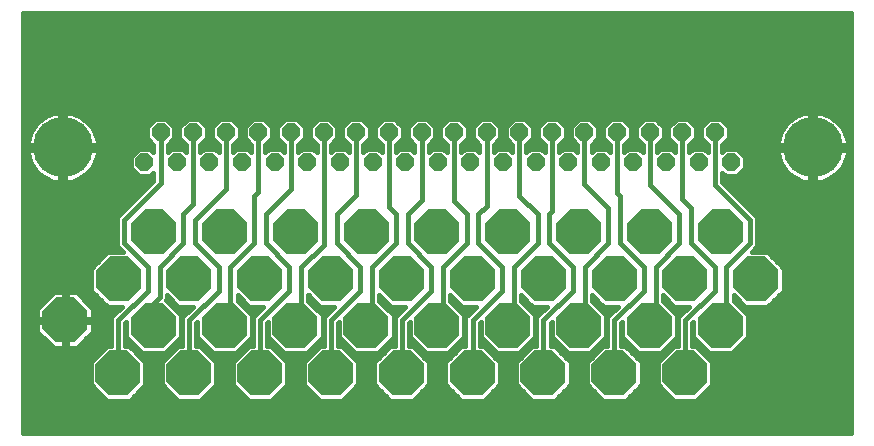
<source format=gbl>
G75*
%MOIN*%
%OFA0B0*%
%FSLAX25Y25*%
%IPPOS*%
%LPD*%
%AMOC8*
5,1,8,0,0,1.08239X$1,22.5*
%
%ADD10OC8,0.06000*%
%ADD11C,0.20000*%
%ADD12OC8,0.15000*%
%ADD13C,0.01600*%
D10*
X0196488Y0097161D03*
X0207388Y0097161D03*
X0218188Y0097161D03*
X0229088Y0097161D03*
X0239988Y0097161D03*
X0250788Y0097161D03*
X0261688Y0097161D03*
X0272588Y0097161D03*
X0283388Y0097161D03*
X0294288Y0097161D03*
X0305188Y0097161D03*
X0315988Y0097161D03*
X0326888Y0097161D03*
X0337788Y0097161D03*
X0348688Y0097161D03*
X0359488Y0097161D03*
X0370388Y0097161D03*
X0381288Y0097161D03*
X0392088Y0097161D03*
X0386688Y0107161D03*
X0375788Y0107161D03*
X0364988Y0107161D03*
X0354088Y0107161D03*
X0343188Y0107161D03*
X0332388Y0107161D03*
X0321488Y0107161D03*
X0310588Y0107161D03*
X0299688Y0107161D03*
X0288888Y0107161D03*
X0277988Y0107161D03*
X0267088Y0107161D03*
X0256288Y0107161D03*
X0245388Y0107161D03*
X0234488Y0107161D03*
X0223688Y0107161D03*
X0212788Y0107161D03*
X0201888Y0107161D03*
D11*
X0169288Y0102161D03*
X0419288Y0102161D03*
D12*
X0388698Y0073933D03*
X0365075Y0073933D03*
X0341453Y0073933D03*
X0317831Y0073933D03*
X0294209Y0073933D03*
X0270587Y0073933D03*
X0246965Y0073933D03*
X0223343Y0073933D03*
X0199721Y0073933D03*
X0187910Y0058185D03*
X0211532Y0058185D03*
X0235154Y0058185D03*
X0258776Y0058185D03*
X0282398Y0058185D03*
X0306020Y0058185D03*
X0329642Y0058185D03*
X0353264Y0058185D03*
X0376886Y0058185D03*
X0400509Y0058185D03*
X0388579Y0042594D03*
X0364957Y0042594D03*
X0341335Y0042594D03*
X0317713Y0042594D03*
X0294091Y0042594D03*
X0270469Y0042594D03*
X0246847Y0042594D03*
X0223225Y0042594D03*
X0199603Y0042594D03*
X0170075Y0044563D03*
X0187792Y0026846D03*
X0211414Y0026846D03*
X0235036Y0026846D03*
X0258658Y0026846D03*
X0282280Y0026846D03*
X0305902Y0026846D03*
X0329524Y0026846D03*
X0353146Y0026846D03*
X0376768Y0026846D03*
D13*
X0156127Y0006993D02*
X0156127Y0147094D01*
X0432055Y0147094D01*
X0432055Y0006993D01*
X0156127Y0006993D01*
X0156127Y0008128D02*
X0432055Y0008128D01*
X0432055Y0009726D02*
X0156127Y0009726D01*
X0156127Y0011325D02*
X0432055Y0011325D01*
X0432055Y0012923D02*
X0156127Y0012923D01*
X0156127Y0014522D02*
X0432055Y0014522D01*
X0432055Y0016120D02*
X0156127Y0016120D01*
X0156127Y0017719D02*
X0432055Y0017719D01*
X0432055Y0019317D02*
X0382091Y0019317D01*
X0380532Y0017759D02*
X0385856Y0023082D01*
X0385856Y0030611D01*
X0380532Y0035934D01*
X0379156Y0035934D01*
X0379156Y0043574D01*
X0379492Y0043910D01*
X0379492Y0038830D01*
X0384815Y0033507D01*
X0392344Y0033507D01*
X0397667Y0038830D01*
X0397667Y0046359D01*
X0392935Y0051090D01*
X0392935Y0052907D01*
X0396744Y0049098D01*
X0404273Y0049098D01*
X0409596Y0054421D01*
X0409596Y0061949D01*
X0404273Y0067272D01*
X0398917Y0067272D01*
X0400809Y0069165D01*
X0400809Y0079016D01*
X0399411Y0080415D01*
X0389075Y0090750D01*
X0389075Y0093686D01*
X0390188Y0092574D01*
X0393988Y0092574D01*
X0396675Y0095261D01*
X0396675Y0099062D01*
X0393988Y0101749D01*
X0390188Y0101749D01*
X0389075Y0100636D01*
X0389075Y0103061D01*
X0391275Y0105261D01*
X0391275Y0109062D01*
X0388588Y0111749D01*
X0384788Y0111749D01*
X0382101Y0109062D01*
X0382101Y0105261D01*
X0384301Y0103061D01*
X0384301Y0100636D01*
X0383188Y0101749D01*
X0379388Y0101749D01*
X0378175Y0100536D01*
X0378175Y0103061D01*
X0380375Y0105261D01*
X0380375Y0109062D01*
X0377688Y0111749D01*
X0373888Y0111749D01*
X0371201Y0109062D01*
X0371201Y0105261D01*
X0373401Y0103061D01*
X0373401Y0100636D01*
X0372288Y0101749D01*
X0368488Y0101749D01*
X0367375Y0100636D01*
X0367375Y0103061D01*
X0369575Y0105261D01*
X0369575Y0109062D01*
X0366888Y0111749D01*
X0363088Y0111749D01*
X0360401Y0109062D01*
X0360401Y0105261D01*
X0362601Y0103061D01*
X0362601Y0100536D01*
X0361388Y0101749D01*
X0357588Y0101749D01*
X0356475Y0100636D01*
X0356475Y0103061D01*
X0358675Y0105261D01*
X0358675Y0109062D01*
X0355988Y0111749D01*
X0352188Y0111749D01*
X0349501Y0109062D01*
X0349501Y0105261D01*
X0351701Y0103061D01*
X0351701Y0100636D01*
X0350588Y0101749D01*
X0346788Y0101749D01*
X0345575Y0100536D01*
X0345575Y0103061D01*
X0347775Y0105261D01*
X0347775Y0109062D01*
X0345088Y0111749D01*
X0341288Y0111749D01*
X0338601Y0109062D01*
X0338601Y0105261D01*
X0340801Y0103061D01*
X0340801Y0100636D01*
X0339688Y0101749D01*
X0335888Y0101749D01*
X0334775Y0100636D01*
X0334775Y0103061D01*
X0336975Y0105261D01*
X0336975Y0109062D01*
X0334288Y0111749D01*
X0330488Y0111749D01*
X0327801Y0109062D01*
X0327801Y0105261D01*
X0330001Y0103061D01*
X0330001Y0100536D01*
X0328788Y0101749D01*
X0324988Y0101749D01*
X0323875Y0100636D01*
X0323875Y0103061D01*
X0326075Y0105261D01*
X0326075Y0109062D01*
X0323388Y0111749D01*
X0319588Y0111749D01*
X0316901Y0109062D01*
X0316901Y0105261D01*
X0319101Y0103061D01*
X0319101Y0100536D01*
X0317888Y0101749D01*
X0314088Y0101749D01*
X0312975Y0100636D01*
X0312975Y0103061D01*
X0315175Y0105261D01*
X0315175Y0109062D01*
X0312488Y0111749D01*
X0308688Y0111749D01*
X0306001Y0109062D01*
X0306001Y0105261D01*
X0308201Y0103061D01*
X0308201Y0100636D01*
X0307088Y0101749D01*
X0303288Y0101749D01*
X0302075Y0100536D01*
X0302075Y0103061D01*
X0304275Y0105261D01*
X0304275Y0109062D01*
X0301588Y0111749D01*
X0297788Y0111749D01*
X0295101Y0109062D01*
X0295101Y0105261D01*
X0297301Y0103061D01*
X0297301Y0100636D01*
X0296188Y0101749D01*
X0292388Y0101749D01*
X0291275Y0100636D01*
X0291275Y0103061D01*
X0293475Y0105261D01*
X0293475Y0109062D01*
X0290788Y0111749D01*
X0286988Y0111749D01*
X0284301Y0109062D01*
X0284301Y0105261D01*
X0286501Y0103061D01*
X0286501Y0100536D01*
X0285288Y0101749D01*
X0281488Y0101749D01*
X0280375Y0100636D01*
X0280375Y0103061D01*
X0282575Y0105261D01*
X0282575Y0109062D01*
X0279888Y0111749D01*
X0276088Y0111749D01*
X0273401Y0109062D01*
X0273401Y0105261D01*
X0275601Y0103061D01*
X0275601Y0100636D01*
X0274488Y0101749D01*
X0270688Y0101749D01*
X0269475Y0100536D01*
X0269475Y0103061D01*
X0271675Y0105261D01*
X0271675Y0109062D01*
X0268988Y0111749D01*
X0265188Y0111749D01*
X0262501Y0109062D01*
X0262501Y0105261D01*
X0264701Y0103061D01*
X0264701Y0100636D01*
X0263588Y0101749D01*
X0259788Y0101749D01*
X0258675Y0100636D01*
X0258675Y0103061D01*
X0260875Y0105261D01*
X0260875Y0109062D01*
X0258188Y0111749D01*
X0254388Y0111749D01*
X0251701Y0109062D01*
X0251701Y0105261D01*
X0253901Y0103061D01*
X0253901Y0100536D01*
X0252688Y0101749D01*
X0248888Y0101749D01*
X0247775Y0100636D01*
X0247775Y0103061D01*
X0249975Y0105261D01*
X0249975Y0109062D01*
X0247288Y0111749D01*
X0243488Y0111749D01*
X0240801Y0109062D01*
X0240801Y0105261D01*
X0243001Y0103061D01*
X0243001Y0100636D01*
X0241888Y0101749D01*
X0238088Y0101749D01*
X0236875Y0100536D01*
X0236875Y0103061D01*
X0239075Y0105261D01*
X0239075Y0109062D01*
X0236388Y0111749D01*
X0232588Y0111749D01*
X0229901Y0109062D01*
X0229901Y0105261D01*
X0232101Y0103061D01*
X0232101Y0100636D01*
X0230988Y0101749D01*
X0227188Y0101749D01*
X0226075Y0100636D01*
X0226075Y0103061D01*
X0228275Y0105261D01*
X0228275Y0109062D01*
X0225588Y0111749D01*
X0221788Y0111749D01*
X0219101Y0109062D01*
X0219101Y0105261D01*
X0221301Y0103061D01*
X0221301Y0100536D01*
X0220088Y0101749D01*
X0216288Y0101749D01*
X0215175Y0100636D01*
X0215175Y0103061D01*
X0217375Y0105261D01*
X0217375Y0109062D01*
X0214688Y0111749D01*
X0210888Y0111749D01*
X0208201Y0109062D01*
X0208201Y0105261D01*
X0210401Y0103061D01*
X0210401Y0100636D01*
X0209288Y0101749D01*
X0205488Y0101749D01*
X0204275Y0100536D01*
X0204275Y0103061D01*
X0206475Y0105261D01*
X0206475Y0109062D01*
X0203788Y0111749D01*
X0199988Y0111749D01*
X0197301Y0109062D01*
X0197301Y0105261D01*
X0199501Y0103061D01*
X0199501Y0100636D01*
X0198388Y0101749D01*
X0194588Y0101749D01*
X0191901Y0099062D01*
X0191901Y0095261D01*
X0194588Y0092574D01*
X0198388Y0092574D01*
X0199501Y0093686D01*
X0199501Y0091144D01*
X0192709Y0084352D01*
X0188772Y0080415D01*
X0187373Y0079016D01*
X0187373Y0069165D01*
X0189265Y0067272D01*
X0184146Y0067272D01*
X0178823Y0061949D01*
X0178823Y0054421D01*
X0184146Y0049098D01*
X0188950Y0049098D01*
X0186803Y0046950D01*
X0185405Y0045552D01*
X0185405Y0035934D01*
X0184028Y0035934D01*
X0178705Y0030611D01*
X0178705Y0023082D01*
X0184028Y0017759D01*
X0191556Y0017759D01*
X0196879Y0023082D01*
X0196879Y0030611D01*
X0191556Y0035934D01*
X0190179Y0035934D01*
X0190179Y0043574D01*
X0190516Y0043910D01*
X0190516Y0038830D01*
X0195839Y0033507D01*
X0203367Y0033507D01*
X0208690Y0038830D01*
X0208690Y0046359D01*
X0203780Y0051269D01*
X0203959Y0051448D01*
X0203959Y0052907D01*
X0207768Y0049098D01*
X0212572Y0049098D01*
X0209027Y0045552D01*
X0209027Y0035934D01*
X0207650Y0035934D01*
X0202327Y0030611D01*
X0202327Y0023082D01*
X0207650Y0017759D01*
X0215178Y0017759D01*
X0220501Y0023082D01*
X0220501Y0030611D01*
X0215178Y0035934D01*
X0213801Y0035934D01*
X0213801Y0043574D01*
X0214138Y0043910D01*
X0214138Y0038830D01*
X0219461Y0033507D01*
X0226989Y0033507D01*
X0232312Y0038830D01*
X0232312Y0046359D01*
X0227581Y0051090D01*
X0227581Y0052907D01*
X0231390Y0049098D01*
X0236194Y0049098D01*
X0234047Y0046950D01*
X0232649Y0045552D01*
X0232649Y0035934D01*
X0231272Y0035934D01*
X0225949Y0030611D01*
X0225949Y0023082D01*
X0231272Y0017759D01*
X0238800Y0017759D01*
X0244123Y0023082D01*
X0244123Y0030611D01*
X0238800Y0035934D01*
X0237423Y0035934D01*
X0237423Y0043574D01*
X0237760Y0043910D01*
X0237760Y0038830D01*
X0243083Y0033507D01*
X0250611Y0033507D01*
X0255934Y0038830D01*
X0255934Y0046359D01*
X0251203Y0051090D01*
X0251203Y0052907D01*
X0255012Y0049098D01*
X0259816Y0049098D01*
X0257669Y0046950D01*
X0256271Y0045552D01*
X0256271Y0035934D01*
X0254894Y0035934D01*
X0249571Y0030611D01*
X0249571Y0023082D01*
X0254894Y0017759D01*
X0262422Y0017759D01*
X0267746Y0023082D01*
X0267746Y0030611D01*
X0262422Y0035934D01*
X0261046Y0035934D01*
X0261046Y0043574D01*
X0261382Y0043910D01*
X0261382Y0038830D01*
X0266705Y0033507D01*
X0274233Y0033507D01*
X0279557Y0038830D01*
X0279557Y0046359D01*
X0274825Y0051090D01*
X0274825Y0052907D01*
X0278634Y0049098D01*
X0283439Y0049098D01*
X0281291Y0046950D01*
X0279893Y0045552D01*
X0279893Y0035934D01*
X0278516Y0035934D01*
X0273193Y0030611D01*
X0273193Y0023082D01*
X0278516Y0017759D01*
X0286044Y0017759D01*
X0291368Y0023082D01*
X0291368Y0030611D01*
X0286044Y0035934D01*
X0284668Y0035934D01*
X0284668Y0043574D01*
X0285004Y0043910D01*
X0285004Y0038830D01*
X0290327Y0033507D01*
X0297855Y0033507D01*
X0303179Y0038830D01*
X0303179Y0046359D01*
X0298447Y0051090D01*
X0298447Y0052907D01*
X0302256Y0049098D01*
X0307061Y0049098D01*
X0304913Y0046950D01*
X0303515Y0045552D01*
X0303515Y0035934D01*
X0302138Y0035934D01*
X0296815Y0030611D01*
X0296815Y0023082D01*
X0302138Y0017759D01*
X0309666Y0017759D01*
X0314990Y0023082D01*
X0314990Y0030611D01*
X0309666Y0035934D01*
X0308290Y0035934D01*
X0308290Y0043574D01*
X0308626Y0043910D01*
X0308626Y0038830D01*
X0313949Y0033507D01*
X0321477Y0033507D01*
X0326801Y0038830D01*
X0326801Y0046359D01*
X0322069Y0051090D01*
X0322069Y0052907D01*
X0325878Y0049098D01*
X0330683Y0049098D01*
X0328535Y0046950D01*
X0327137Y0045552D01*
X0327137Y0035934D01*
X0325760Y0035934D01*
X0320437Y0030611D01*
X0320437Y0023082D01*
X0325760Y0017759D01*
X0333288Y0017759D01*
X0338612Y0023082D01*
X0338612Y0030611D01*
X0333288Y0035934D01*
X0331912Y0035934D01*
X0331912Y0043574D01*
X0332248Y0043910D01*
X0332248Y0038830D01*
X0337571Y0033507D01*
X0345099Y0033507D01*
X0350423Y0038830D01*
X0350423Y0046359D01*
X0345691Y0051090D01*
X0345691Y0052907D01*
X0349500Y0049098D01*
X0354305Y0049098D01*
X0352157Y0046950D01*
X0350759Y0045552D01*
X0350759Y0035934D01*
X0349382Y0035934D01*
X0344059Y0030611D01*
X0344059Y0023082D01*
X0349382Y0017759D01*
X0356910Y0017759D01*
X0362234Y0023082D01*
X0362234Y0030611D01*
X0356910Y0035934D01*
X0355534Y0035934D01*
X0355534Y0043574D01*
X0355870Y0043910D01*
X0355870Y0038830D01*
X0361193Y0033507D01*
X0368721Y0033507D01*
X0374045Y0038830D01*
X0374045Y0046359D01*
X0369313Y0051090D01*
X0369313Y0052907D01*
X0373122Y0049098D01*
X0377927Y0049098D01*
X0375779Y0046950D01*
X0374381Y0045552D01*
X0374381Y0035934D01*
X0373004Y0035934D01*
X0367681Y0030611D01*
X0367681Y0023082D01*
X0373004Y0017759D01*
X0380532Y0017759D01*
X0383689Y0020916D02*
X0432055Y0020916D01*
X0432055Y0022514D02*
X0385288Y0022514D01*
X0385856Y0024113D02*
X0432055Y0024113D01*
X0432055Y0025711D02*
X0385856Y0025711D01*
X0385856Y0027310D02*
X0432055Y0027310D01*
X0432055Y0028908D02*
X0385856Y0028908D01*
X0385856Y0030507D02*
X0432055Y0030507D01*
X0432055Y0032105D02*
X0384361Y0032105D01*
X0384618Y0033704D02*
X0382762Y0033704D01*
X0383020Y0035302D02*
X0381164Y0035302D01*
X0381421Y0036901D02*
X0379156Y0036901D01*
X0379156Y0038499D02*
X0379823Y0038499D01*
X0379492Y0040098D02*
X0379156Y0040098D01*
X0379156Y0041696D02*
X0379492Y0041696D01*
X0379492Y0043295D02*
X0379156Y0043295D01*
X0376768Y0044563D02*
X0376768Y0026846D01*
X0367681Y0027310D02*
X0362234Y0027310D01*
X0362234Y0028908D02*
X0367681Y0028908D01*
X0367681Y0030507D02*
X0362234Y0030507D01*
X0360739Y0032105D02*
X0369176Y0032105D01*
X0368918Y0033704D02*
X0370774Y0033704D01*
X0370517Y0035302D02*
X0372373Y0035302D01*
X0372115Y0036901D02*
X0374381Y0036901D01*
X0374381Y0038499D02*
X0373714Y0038499D01*
X0374045Y0040098D02*
X0374381Y0040098D01*
X0374381Y0041696D02*
X0374045Y0041696D01*
X0374045Y0043295D02*
X0374381Y0043295D01*
X0374381Y0044893D02*
X0374045Y0044893D01*
X0373911Y0046492D02*
X0375321Y0046492D01*
X0376920Y0048090D02*
X0372313Y0048090D01*
X0372531Y0049689D02*
X0370714Y0049689D01*
X0370932Y0051287D02*
X0369313Y0051287D01*
X0369313Y0052886D02*
X0369334Y0052886D01*
X0362989Y0054406D02*
X0353146Y0044563D01*
X0353146Y0026846D01*
X0362234Y0025711D02*
X0367681Y0025711D01*
X0367681Y0024113D02*
X0362234Y0024113D01*
X0361666Y0022514D02*
X0368249Y0022514D01*
X0369848Y0020916D02*
X0360067Y0020916D01*
X0358469Y0019317D02*
X0371446Y0019317D01*
X0347824Y0019317D02*
X0334847Y0019317D01*
X0336445Y0020916D02*
X0346225Y0020916D01*
X0344627Y0022514D02*
X0338044Y0022514D01*
X0338612Y0024113D02*
X0344059Y0024113D01*
X0344059Y0025711D02*
X0338612Y0025711D01*
X0338612Y0027310D02*
X0344059Y0027310D01*
X0344059Y0028908D02*
X0338612Y0028908D01*
X0338612Y0030507D02*
X0344059Y0030507D01*
X0345554Y0032105D02*
X0337117Y0032105D01*
X0337374Y0033704D02*
X0335518Y0033704D01*
X0335776Y0035302D02*
X0333920Y0035302D01*
X0334177Y0036901D02*
X0331912Y0036901D01*
X0331912Y0038499D02*
X0332579Y0038499D01*
X0332248Y0040098D02*
X0331912Y0040098D01*
X0331912Y0041696D02*
X0332248Y0041696D01*
X0332248Y0043295D02*
X0331912Y0043295D01*
X0329524Y0044563D02*
X0329524Y0026846D01*
X0320437Y0027310D02*
X0314990Y0027310D01*
X0314990Y0028908D02*
X0320437Y0028908D01*
X0320437Y0030507D02*
X0314990Y0030507D01*
X0313495Y0032105D02*
X0321932Y0032105D01*
X0321674Y0033704D02*
X0323530Y0033704D01*
X0323273Y0035302D02*
X0325129Y0035302D01*
X0324871Y0036901D02*
X0327137Y0036901D01*
X0327137Y0038499D02*
X0326470Y0038499D01*
X0326801Y0040098D02*
X0327137Y0040098D01*
X0327137Y0041696D02*
X0326801Y0041696D01*
X0326801Y0043295D02*
X0327137Y0043295D01*
X0327137Y0044893D02*
X0326801Y0044893D01*
X0326667Y0046492D02*
X0328077Y0046492D01*
X0329675Y0048090D02*
X0325069Y0048090D01*
X0325287Y0049689D02*
X0323470Y0049689D01*
X0323688Y0051287D02*
X0322069Y0051287D01*
X0322069Y0052886D02*
X0322090Y0052886D01*
X0315745Y0054406D02*
X0305902Y0044563D01*
X0305902Y0026846D01*
X0296815Y0027310D02*
X0291368Y0027310D01*
X0291368Y0028908D02*
X0296815Y0028908D01*
X0296815Y0030507D02*
X0291368Y0030507D01*
X0289873Y0032105D02*
X0298310Y0032105D01*
X0298052Y0033704D02*
X0299908Y0033704D01*
X0299651Y0035302D02*
X0301507Y0035302D01*
X0301249Y0036901D02*
X0303515Y0036901D01*
X0303515Y0038499D02*
X0302848Y0038499D01*
X0303179Y0040098D02*
X0303515Y0040098D01*
X0303515Y0041696D02*
X0303179Y0041696D01*
X0303179Y0043295D02*
X0303515Y0043295D01*
X0303515Y0044893D02*
X0303179Y0044893D01*
X0303045Y0046492D02*
X0304455Y0046492D01*
X0306053Y0048090D02*
X0301447Y0048090D01*
X0301665Y0049689D02*
X0299848Y0049689D01*
X0300066Y0051287D02*
X0298447Y0051287D01*
X0298447Y0052886D02*
X0298468Y0052886D01*
X0292123Y0054406D02*
X0282280Y0044563D01*
X0282280Y0026846D01*
X0273193Y0027310D02*
X0267746Y0027310D01*
X0267746Y0028908D02*
X0273193Y0028908D01*
X0273193Y0030507D02*
X0267746Y0030507D01*
X0266251Y0032105D02*
X0274688Y0032105D01*
X0274430Y0033704D02*
X0276286Y0033704D01*
X0276029Y0035302D02*
X0277885Y0035302D01*
X0277627Y0036901D02*
X0279893Y0036901D01*
X0279893Y0038499D02*
X0279226Y0038499D01*
X0279557Y0040098D02*
X0279893Y0040098D01*
X0279893Y0041696D02*
X0279557Y0041696D01*
X0279557Y0043295D02*
X0279893Y0043295D01*
X0279893Y0044893D02*
X0279557Y0044893D01*
X0279423Y0046492D02*
X0280833Y0046492D01*
X0282431Y0048090D02*
X0277825Y0048090D01*
X0278043Y0049689D02*
X0276226Y0049689D01*
X0276444Y0051287D02*
X0274825Y0051287D01*
X0274825Y0052886D02*
X0274846Y0052886D01*
X0268501Y0054406D02*
X0258658Y0044563D01*
X0258658Y0026846D01*
X0249571Y0027310D02*
X0244123Y0027310D01*
X0244123Y0028908D02*
X0249571Y0028908D01*
X0249571Y0030507D02*
X0244123Y0030507D01*
X0242629Y0032105D02*
X0251066Y0032105D01*
X0250808Y0033704D02*
X0252664Y0033704D01*
X0252407Y0035302D02*
X0254263Y0035302D01*
X0254005Y0036901D02*
X0256271Y0036901D01*
X0256271Y0038499D02*
X0255604Y0038499D01*
X0255934Y0040098D02*
X0256271Y0040098D01*
X0256271Y0041696D02*
X0255934Y0041696D01*
X0255934Y0043295D02*
X0256271Y0043295D01*
X0256271Y0044893D02*
X0255934Y0044893D01*
X0255801Y0046492D02*
X0257211Y0046492D01*
X0258809Y0048090D02*
X0254203Y0048090D01*
X0254421Y0049689D02*
X0252604Y0049689D01*
X0252822Y0051287D02*
X0251203Y0051287D01*
X0251203Y0052886D02*
X0251224Y0052886D01*
X0244879Y0054406D02*
X0235036Y0044563D01*
X0235036Y0026846D01*
X0225949Y0027310D02*
X0220501Y0027310D01*
X0220501Y0028908D02*
X0225949Y0028908D01*
X0225949Y0030507D02*
X0220501Y0030507D01*
X0219007Y0032105D02*
X0227443Y0032105D01*
X0227186Y0033704D02*
X0229042Y0033704D01*
X0228784Y0035302D02*
X0230641Y0035302D01*
X0230383Y0036901D02*
X0232649Y0036901D01*
X0232649Y0038499D02*
X0231981Y0038499D01*
X0232312Y0040098D02*
X0232649Y0040098D01*
X0232649Y0041696D02*
X0232312Y0041696D01*
X0232312Y0043295D02*
X0232649Y0043295D01*
X0232649Y0044893D02*
X0232312Y0044893D01*
X0232179Y0046492D02*
X0233589Y0046492D01*
X0235187Y0048090D02*
X0230581Y0048090D01*
X0230799Y0049689D02*
X0228982Y0049689D01*
X0229200Y0051287D02*
X0227581Y0051287D01*
X0227581Y0052886D02*
X0227602Y0052886D01*
X0221257Y0054406D02*
X0221257Y0062280D01*
X0213383Y0070154D01*
X0213383Y0078028D01*
X0223688Y0088333D01*
X0223688Y0107161D01*
X0220472Y0110432D02*
X0216005Y0110432D01*
X0217375Y0108834D02*
X0219101Y0108834D01*
X0219101Y0107235D02*
X0217375Y0107235D01*
X0217375Y0105637D02*
X0219101Y0105637D01*
X0220324Y0104038D02*
X0216153Y0104038D01*
X0215175Y0102440D02*
X0221301Y0102440D01*
X0221301Y0100841D02*
X0220996Y0100841D01*
X0226075Y0100841D02*
X0226280Y0100841D01*
X0226075Y0102440D02*
X0232101Y0102440D01*
X0232101Y0100841D02*
X0231896Y0100841D01*
X0236875Y0100841D02*
X0237180Y0100841D01*
X0236875Y0102440D02*
X0243001Y0102440D01*
X0243001Y0100841D02*
X0242796Y0100841D01*
X0247775Y0100841D02*
X0247980Y0100841D01*
X0247775Y0102440D02*
X0253901Y0102440D01*
X0253901Y0100841D02*
X0253596Y0100841D01*
X0258675Y0100841D02*
X0258880Y0100841D01*
X0258675Y0102440D02*
X0264701Y0102440D01*
X0264701Y0100841D02*
X0264496Y0100841D01*
X0269475Y0100841D02*
X0269780Y0100841D01*
X0269475Y0102440D02*
X0275601Y0102440D01*
X0275601Y0100841D02*
X0275396Y0100841D01*
X0280375Y0100841D02*
X0280580Y0100841D01*
X0280375Y0102440D02*
X0286501Y0102440D01*
X0286501Y0100841D02*
X0286196Y0100841D01*
X0291275Y0100841D02*
X0291480Y0100841D01*
X0291275Y0102440D02*
X0297301Y0102440D01*
X0297301Y0100841D02*
X0297096Y0100841D01*
X0302075Y0100841D02*
X0302380Y0100841D01*
X0302075Y0102440D02*
X0308201Y0102440D01*
X0308201Y0100841D02*
X0307996Y0100841D01*
X0312975Y0100841D02*
X0313180Y0100841D01*
X0312975Y0102440D02*
X0319101Y0102440D01*
X0319101Y0100841D02*
X0318796Y0100841D01*
X0323875Y0100841D02*
X0324080Y0100841D01*
X0323875Y0102440D02*
X0330001Y0102440D01*
X0330001Y0100841D02*
X0329696Y0100841D01*
X0334775Y0100841D02*
X0334980Y0100841D01*
X0334775Y0102440D02*
X0340801Y0102440D01*
X0340801Y0100841D02*
X0340596Y0100841D01*
X0345575Y0100841D02*
X0345880Y0100841D01*
X0345575Y0102440D02*
X0351701Y0102440D01*
X0351701Y0100841D02*
X0351496Y0100841D01*
X0356475Y0100841D02*
X0356680Y0100841D01*
X0356475Y0102440D02*
X0362601Y0102440D01*
X0362601Y0100841D02*
X0362296Y0100841D01*
X0367375Y0100841D02*
X0367580Y0100841D01*
X0367375Y0102440D02*
X0373401Y0102440D01*
X0373401Y0100841D02*
X0373196Y0100841D01*
X0378175Y0100841D02*
X0378480Y0100841D01*
X0378175Y0102440D02*
X0384301Y0102440D01*
X0384301Y0100841D02*
X0384096Y0100841D01*
X0389075Y0100841D02*
X0389280Y0100841D01*
X0389075Y0102440D02*
X0418488Y0102440D01*
X0418488Y0102961D02*
X0418488Y0101361D01*
X0420088Y0101361D01*
X0420088Y0090377D01*
X0421268Y0090510D01*
X0422560Y0090805D01*
X0423811Y0091242D01*
X0425005Y0091818D01*
X0426127Y0092523D01*
X0427163Y0093349D01*
X0428100Y0094286D01*
X0428927Y0095322D01*
X0429632Y0096445D01*
X0430207Y0097639D01*
X0430645Y0098890D01*
X0430940Y0100182D01*
X0431073Y0101361D01*
X0420088Y0101361D01*
X0420088Y0102961D01*
X0431073Y0102961D01*
X0430940Y0104141D01*
X0430645Y0105433D01*
X0430207Y0106684D01*
X0429632Y0107878D01*
X0428927Y0109000D01*
X0428100Y0110037D01*
X0427163Y0110974D01*
X0426127Y0111800D01*
X0425005Y0112505D01*
X0423811Y0113080D01*
X0422560Y0113518D01*
X0421268Y0113813D01*
X0420088Y0113946D01*
X0420088Y0102961D01*
X0418488Y0102961D01*
X0407504Y0102961D01*
X0407636Y0104141D01*
X0407931Y0105433D01*
X0408369Y0106684D01*
X0408944Y0107878D01*
X0409649Y0109000D01*
X0410476Y0110037D01*
X0411413Y0110974D01*
X0412449Y0111800D01*
X0413571Y0112505D01*
X0414765Y0113080D01*
X0416016Y0113518D01*
X0417308Y0113813D01*
X0418488Y0113946D01*
X0418488Y0102961D01*
X0418488Y0104038D02*
X0420088Y0104038D01*
X0420088Y0102440D02*
X0432055Y0102440D01*
X0432055Y0104038D02*
X0430951Y0104038D01*
X0430573Y0105637D02*
X0432055Y0105637D01*
X0432055Y0107235D02*
X0429942Y0107235D01*
X0429031Y0108834D02*
X0432055Y0108834D01*
X0432055Y0110432D02*
X0427705Y0110432D01*
X0425760Y0112031D02*
X0432055Y0112031D01*
X0432055Y0113629D02*
X0422072Y0113629D01*
X0420088Y0113629D02*
X0418488Y0113629D01*
X0418488Y0112031D02*
X0420088Y0112031D01*
X0420088Y0110432D02*
X0418488Y0110432D01*
X0418488Y0108834D02*
X0420088Y0108834D01*
X0420088Y0107235D02*
X0418488Y0107235D01*
X0418488Y0105637D02*
X0420088Y0105637D01*
X0410871Y0110432D02*
X0389905Y0110432D01*
X0391275Y0108834D02*
X0409545Y0108834D01*
X0408635Y0107235D02*
X0391275Y0107235D01*
X0391275Y0105637D02*
X0408003Y0105637D01*
X0407625Y0104038D02*
X0390053Y0104038D01*
X0386688Y0107161D02*
X0386688Y0089761D01*
X0398422Y0078028D01*
X0398422Y0070154D01*
X0390548Y0062280D01*
X0390548Y0044563D01*
X0388579Y0042594D01*
X0397667Y0043295D02*
X0432055Y0043295D01*
X0432055Y0044893D02*
X0397667Y0044893D01*
X0397533Y0046492D02*
X0432055Y0046492D01*
X0432055Y0048090D02*
X0395935Y0048090D01*
X0396153Y0049689D02*
X0394336Y0049689D01*
X0394555Y0051287D02*
X0392935Y0051287D01*
X0392935Y0052886D02*
X0392956Y0052886D01*
X0386611Y0054406D02*
X0376768Y0044563D01*
X0366926Y0044563D02*
X0364957Y0042594D01*
X0366926Y0044563D02*
X0366926Y0062280D01*
X0374800Y0070154D01*
X0374800Y0079996D01*
X0364988Y0089808D01*
X0364988Y0107161D01*
X0361772Y0110432D02*
X0357305Y0110432D01*
X0358675Y0108834D02*
X0360401Y0108834D01*
X0360401Y0107235D02*
X0358675Y0107235D01*
X0358675Y0105637D02*
X0360401Y0105637D01*
X0361624Y0104038D02*
X0357453Y0104038D01*
X0354088Y0107161D02*
X0354088Y0086928D01*
X0355115Y0085902D01*
X0355115Y0070154D01*
X0362989Y0062280D01*
X0362989Y0054406D01*
X0348909Y0049689D02*
X0347092Y0049689D01*
X0347310Y0051287D02*
X0345691Y0051287D01*
X0345691Y0052886D02*
X0345712Y0052886D01*
X0339367Y0054406D02*
X0329524Y0044563D01*
X0319682Y0044563D02*
X0317713Y0042594D01*
X0319682Y0044563D02*
X0319682Y0062280D01*
X0327556Y0070154D01*
X0327556Y0079996D01*
X0321488Y0086064D01*
X0321488Y0107161D01*
X0318272Y0110432D02*
X0313805Y0110432D01*
X0315175Y0108834D02*
X0316901Y0108834D01*
X0316901Y0107235D02*
X0315175Y0107235D01*
X0315175Y0105637D02*
X0316901Y0105637D01*
X0318124Y0104038D02*
X0313953Y0104038D01*
X0310588Y0107161D02*
X0310588Y0082713D01*
X0307871Y0079996D01*
X0307871Y0070154D01*
X0315745Y0062280D01*
X0315745Y0054406D01*
X0303934Y0070154D02*
X0296060Y0062280D01*
X0296060Y0044563D01*
X0294091Y0042594D01*
X0285004Y0043295D02*
X0284668Y0043295D01*
X0284668Y0041696D02*
X0285004Y0041696D01*
X0285004Y0040098D02*
X0284668Y0040098D01*
X0284668Y0038499D02*
X0285335Y0038499D01*
X0284668Y0036901D02*
X0286933Y0036901D01*
X0286676Y0035302D02*
X0288532Y0035302D01*
X0288274Y0033704D02*
X0290130Y0033704D01*
X0291368Y0025711D02*
X0296815Y0025711D01*
X0296815Y0024113D02*
X0291368Y0024113D01*
X0290800Y0022514D02*
X0297383Y0022514D01*
X0298981Y0020916D02*
X0289201Y0020916D01*
X0287603Y0019317D02*
X0300580Y0019317D01*
X0311225Y0019317D02*
X0324202Y0019317D01*
X0322603Y0020916D02*
X0312823Y0020916D01*
X0314422Y0022514D02*
X0321005Y0022514D01*
X0320437Y0024113D02*
X0314990Y0024113D01*
X0314990Y0025711D02*
X0320437Y0025711D01*
X0313752Y0033704D02*
X0311896Y0033704D01*
X0312154Y0035302D02*
X0310298Y0035302D01*
X0310555Y0036901D02*
X0308290Y0036901D01*
X0308290Y0038499D02*
X0308957Y0038499D01*
X0308626Y0040098D02*
X0308290Y0040098D01*
X0308290Y0041696D02*
X0308626Y0041696D01*
X0308626Y0043295D02*
X0308290Y0043295D01*
X0292123Y0054406D02*
X0292123Y0062280D01*
X0284249Y0070154D01*
X0284249Y0079996D01*
X0288888Y0084635D01*
X0288888Y0107161D01*
X0285672Y0110432D02*
X0281205Y0110432D01*
X0282575Y0108834D02*
X0284301Y0108834D01*
X0284301Y0107235D02*
X0282575Y0107235D01*
X0282575Y0105637D02*
X0284301Y0105637D01*
X0285524Y0104038D02*
X0281353Y0104038D01*
X0274624Y0104038D02*
X0270453Y0104038D01*
X0271675Y0105637D02*
X0273401Y0105637D01*
X0273401Y0107235D02*
X0271675Y0107235D01*
X0271675Y0108834D02*
X0273401Y0108834D01*
X0274772Y0110432D02*
X0270305Y0110432D01*
X0267088Y0107161D02*
X0267088Y0086457D01*
X0260627Y0079996D01*
X0260627Y0070154D01*
X0268501Y0062280D01*
X0268501Y0054406D01*
X0272438Y0062280D02*
X0272438Y0044563D01*
X0270469Y0042594D01*
X0261713Y0038499D02*
X0261046Y0038499D01*
X0261046Y0036901D02*
X0263311Y0036901D01*
X0263054Y0035302D02*
X0264910Y0035302D01*
X0264652Y0033704D02*
X0266508Y0033704D01*
X0267746Y0025711D02*
X0273193Y0025711D01*
X0273193Y0024113D02*
X0267746Y0024113D01*
X0267177Y0022514D02*
X0273761Y0022514D01*
X0275359Y0020916D02*
X0265579Y0020916D01*
X0263980Y0019317D02*
X0276958Y0019317D01*
X0253336Y0019317D02*
X0240358Y0019317D01*
X0241957Y0020916D02*
X0251737Y0020916D01*
X0250139Y0022514D02*
X0243555Y0022514D01*
X0244123Y0024113D02*
X0249571Y0024113D01*
X0249571Y0025711D02*
X0244123Y0025711D01*
X0242886Y0033704D02*
X0241030Y0033704D01*
X0241288Y0035302D02*
X0239432Y0035302D01*
X0239689Y0036901D02*
X0237423Y0036901D01*
X0237423Y0038499D02*
X0238091Y0038499D01*
X0237760Y0040098D02*
X0237423Y0040098D01*
X0237423Y0041696D02*
X0237760Y0041696D01*
X0237760Y0043295D02*
X0237423Y0043295D01*
X0246847Y0042594D02*
X0248816Y0044563D01*
X0248816Y0062280D01*
X0256288Y0069752D01*
X0256288Y0107161D01*
X0253072Y0110432D02*
X0248605Y0110432D01*
X0249975Y0108834D02*
X0251701Y0108834D01*
X0251701Y0107235D02*
X0249975Y0107235D01*
X0249975Y0105637D02*
X0251701Y0105637D01*
X0252924Y0104038D02*
X0248753Y0104038D01*
X0245388Y0107161D02*
X0245388Y0088380D01*
X0237005Y0079996D01*
X0237005Y0070154D01*
X0244879Y0062280D01*
X0244879Y0054406D01*
X0233068Y0070154D02*
X0225194Y0062280D01*
X0225194Y0044563D01*
X0223225Y0042594D01*
X0214138Y0043295D02*
X0213801Y0043295D01*
X0213801Y0041696D02*
X0214138Y0041696D01*
X0214138Y0040098D02*
X0213801Y0040098D01*
X0213801Y0038499D02*
X0214469Y0038499D01*
X0213801Y0036901D02*
X0216067Y0036901D01*
X0215810Y0035302D02*
X0217666Y0035302D01*
X0217408Y0033704D02*
X0219264Y0033704D01*
X0211414Y0026846D02*
X0211414Y0044563D01*
X0221257Y0054406D01*
X0207177Y0049689D02*
X0205360Y0049689D01*
X0205578Y0051287D02*
X0203798Y0051287D01*
X0203959Y0052886D02*
X0203980Y0052886D01*
X0201572Y0052437D02*
X0201572Y0062280D01*
X0209446Y0070154D01*
X0209446Y0079996D01*
X0212788Y0083339D01*
X0212788Y0107161D01*
X0209572Y0110432D02*
X0205105Y0110432D01*
X0206475Y0108834D02*
X0208201Y0108834D01*
X0208201Y0107235D02*
X0206475Y0107235D01*
X0206475Y0105637D02*
X0208201Y0105637D01*
X0209424Y0104038D02*
X0205253Y0104038D01*
X0204275Y0102440D02*
X0210401Y0102440D01*
X0210401Y0100841D02*
X0210196Y0100841D01*
X0215175Y0100841D02*
X0215380Y0100841D01*
X0204580Y0100841D02*
X0204275Y0100841D01*
X0199501Y0100841D02*
X0199296Y0100841D01*
X0199501Y0102440D02*
X0170088Y0102440D01*
X0170088Y0102961D02*
X0181073Y0102961D01*
X0180940Y0104141D01*
X0180645Y0105433D01*
X0180207Y0106684D01*
X0179632Y0107878D01*
X0178927Y0109000D01*
X0178100Y0110037D01*
X0177163Y0110974D01*
X0176127Y0111800D01*
X0175005Y0112505D01*
X0173811Y0113080D01*
X0172560Y0113518D01*
X0171268Y0113813D01*
X0170088Y0113946D01*
X0170088Y0102961D01*
X0170088Y0101361D01*
X0170088Y0090377D01*
X0171268Y0090510D01*
X0172560Y0090805D01*
X0173811Y0091242D01*
X0175005Y0091818D01*
X0176127Y0092523D01*
X0177163Y0093349D01*
X0178100Y0094286D01*
X0178927Y0095322D01*
X0179632Y0096445D01*
X0180207Y0097639D01*
X0180645Y0098890D01*
X0180940Y0100182D01*
X0181073Y0101361D01*
X0170088Y0101361D01*
X0168488Y0101361D01*
X0168488Y0090377D01*
X0167308Y0090510D01*
X0166016Y0090805D01*
X0164765Y0091242D01*
X0163571Y0091818D01*
X0162449Y0092523D01*
X0161413Y0093349D01*
X0160476Y0094286D01*
X0159649Y0095322D01*
X0158944Y0096445D01*
X0158369Y0097639D01*
X0157931Y0098890D01*
X0157636Y0100182D01*
X0157504Y0101361D01*
X0168488Y0101361D01*
X0168488Y0102961D01*
X0157504Y0102961D01*
X0157636Y0104141D01*
X0157931Y0105433D01*
X0158369Y0106684D01*
X0158944Y0107878D01*
X0159649Y0109000D01*
X0160476Y0110037D01*
X0161413Y0110974D01*
X0162449Y0111800D01*
X0163571Y0112505D01*
X0164765Y0113080D01*
X0166016Y0113518D01*
X0167308Y0113813D01*
X0168488Y0113946D01*
X0168488Y0102961D01*
X0170088Y0102961D01*
X0170088Y0104038D02*
X0168488Y0104038D01*
X0168488Y0102440D02*
X0156127Y0102440D01*
X0156127Y0104038D02*
X0157625Y0104038D01*
X0158003Y0105637D02*
X0156127Y0105637D01*
X0156127Y0107235D02*
X0158635Y0107235D01*
X0159545Y0108834D02*
X0156127Y0108834D01*
X0156127Y0110432D02*
X0160871Y0110432D01*
X0162816Y0112031D02*
X0156127Y0112031D01*
X0156127Y0113629D02*
X0166504Y0113629D01*
X0168488Y0113629D02*
X0170088Y0113629D01*
X0170088Y0112031D02*
X0168488Y0112031D01*
X0168488Y0110432D02*
X0170088Y0110432D01*
X0170088Y0108834D02*
X0168488Y0108834D01*
X0168488Y0107235D02*
X0170088Y0107235D01*
X0170088Y0105637D02*
X0168488Y0105637D01*
X0177705Y0110432D02*
X0198672Y0110432D01*
X0197301Y0108834D02*
X0179031Y0108834D01*
X0179942Y0107235D02*
X0197301Y0107235D01*
X0197301Y0105637D02*
X0180573Y0105637D01*
X0180951Y0104038D02*
X0198524Y0104038D01*
X0201888Y0107161D02*
X0201888Y0090155D01*
X0193698Y0081965D01*
X0189760Y0078028D01*
X0189760Y0070154D01*
X0197635Y0062280D01*
X0197635Y0054406D01*
X0187792Y0044563D01*
X0187792Y0026846D01*
X0196879Y0027310D02*
X0202327Y0027310D01*
X0202327Y0028908D02*
X0196879Y0028908D01*
X0196879Y0030507D02*
X0202327Y0030507D01*
X0203821Y0032105D02*
X0195385Y0032105D01*
X0195642Y0033704D02*
X0193786Y0033704D01*
X0194044Y0035302D02*
X0192188Y0035302D01*
X0192445Y0036901D02*
X0190179Y0036901D01*
X0190179Y0038499D02*
X0190847Y0038499D01*
X0190516Y0040098D02*
X0190179Y0040098D01*
X0190179Y0041696D02*
X0190516Y0041696D01*
X0190516Y0043295D02*
X0190179Y0043295D01*
X0185405Y0043295D02*
X0179375Y0043295D01*
X0179375Y0044063D02*
X0170576Y0044063D01*
X0170576Y0045063D01*
X0179375Y0045063D01*
X0179375Y0048415D01*
X0173928Y0053863D01*
X0170575Y0053863D01*
X0170575Y0045063D01*
X0169575Y0045063D01*
X0169575Y0044063D01*
X0160775Y0044063D01*
X0160775Y0040711D01*
X0166223Y0035263D01*
X0169575Y0035263D01*
X0169575Y0044063D01*
X0170575Y0044063D01*
X0170575Y0035263D01*
X0173928Y0035263D01*
X0179375Y0040711D01*
X0179375Y0044063D01*
X0179375Y0041696D02*
X0185405Y0041696D01*
X0185405Y0040098D02*
X0178763Y0040098D01*
X0177164Y0038499D02*
X0185405Y0038499D01*
X0185405Y0036901D02*
X0175566Y0036901D01*
X0173967Y0035302D02*
X0183396Y0035302D01*
X0181798Y0033704D02*
X0156127Y0033704D01*
X0156127Y0035302D02*
X0166184Y0035302D01*
X0164585Y0036901D02*
X0156127Y0036901D01*
X0156127Y0038499D02*
X0162987Y0038499D01*
X0161388Y0040098D02*
X0156127Y0040098D01*
X0156127Y0041696D02*
X0160775Y0041696D01*
X0160775Y0043295D02*
X0156127Y0043295D01*
X0156127Y0044893D02*
X0169575Y0044893D01*
X0169575Y0045063D02*
X0160775Y0045063D01*
X0160775Y0048415D01*
X0166223Y0053863D01*
X0169575Y0053863D01*
X0169575Y0045063D01*
X0170576Y0044893D02*
X0185405Y0044893D01*
X0186345Y0046492D02*
X0179375Y0046492D01*
X0179375Y0048090D02*
X0187943Y0048090D01*
X0183555Y0049689D02*
X0178102Y0049689D01*
X0176503Y0051287D02*
X0181956Y0051287D01*
X0180358Y0052886D02*
X0174905Y0052886D01*
X0178823Y0054485D02*
X0156127Y0054485D01*
X0156127Y0056083D02*
X0178823Y0056083D01*
X0178823Y0057682D02*
X0156127Y0057682D01*
X0156127Y0059280D02*
X0178823Y0059280D01*
X0178823Y0060879D02*
X0156127Y0060879D01*
X0156127Y0062477D02*
X0179351Y0062477D01*
X0180949Y0064076D02*
X0156127Y0064076D01*
X0156127Y0065674D02*
X0182548Y0065674D01*
X0187667Y0068871D02*
X0156127Y0068871D01*
X0156127Y0067273D02*
X0189265Y0067273D01*
X0187373Y0070470D02*
X0156127Y0070470D01*
X0156127Y0072068D02*
X0187373Y0072068D01*
X0187373Y0073667D02*
X0156127Y0073667D01*
X0156127Y0075265D02*
X0187373Y0075265D01*
X0187373Y0076864D02*
X0156127Y0076864D01*
X0156127Y0078462D02*
X0187373Y0078462D01*
X0188417Y0080061D02*
X0156127Y0080061D01*
X0156127Y0081659D02*
X0190016Y0081659D01*
X0191614Y0083258D02*
X0156127Y0083258D01*
X0156127Y0084856D02*
X0193213Y0084856D01*
X0194811Y0086455D02*
X0156127Y0086455D01*
X0156127Y0088053D02*
X0196410Y0088053D01*
X0198008Y0089652D02*
X0156127Y0089652D01*
X0156127Y0091250D02*
X0164749Y0091250D01*
X0162040Y0092849D02*
X0156127Y0092849D01*
X0156127Y0094447D02*
X0160347Y0094447D01*
X0159195Y0096046D02*
X0156127Y0096046D01*
X0156127Y0097644D02*
X0158367Y0097644D01*
X0157851Y0099243D02*
X0156127Y0099243D01*
X0156127Y0100841D02*
X0157562Y0100841D01*
X0168488Y0100841D02*
X0170088Y0100841D01*
X0170088Y0099243D02*
X0168488Y0099243D01*
X0168488Y0097644D02*
X0170088Y0097644D01*
X0170088Y0096046D02*
X0168488Y0096046D01*
X0168488Y0094447D02*
X0170088Y0094447D01*
X0170088Y0092849D02*
X0168488Y0092849D01*
X0168488Y0091250D02*
X0170088Y0091250D01*
X0173827Y0091250D02*
X0199501Y0091250D01*
X0199501Y0092849D02*
X0198663Y0092849D01*
X0194313Y0092849D02*
X0176536Y0092849D01*
X0178229Y0094447D02*
X0192715Y0094447D01*
X0191901Y0096046D02*
X0179381Y0096046D01*
X0180209Y0097644D02*
X0191901Y0097644D01*
X0192082Y0099243D02*
X0180725Y0099243D01*
X0181014Y0100841D02*
X0193680Y0100841D01*
X0175760Y0112031D02*
X0412816Y0112031D01*
X0416504Y0113629D02*
X0172072Y0113629D01*
X0156127Y0115228D02*
X0432055Y0115228D01*
X0432055Y0116826D02*
X0156127Y0116826D01*
X0156127Y0118425D02*
X0432055Y0118425D01*
X0432055Y0120023D02*
X0156127Y0120023D01*
X0156127Y0121622D02*
X0432055Y0121622D01*
X0432055Y0123221D02*
X0156127Y0123221D01*
X0156127Y0124819D02*
X0432055Y0124819D01*
X0432055Y0126418D02*
X0156127Y0126418D01*
X0156127Y0128016D02*
X0432055Y0128016D01*
X0432055Y0129615D02*
X0156127Y0129615D01*
X0156127Y0131213D02*
X0432055Y0131213D01*
X0432055Y0132812D02*
X0156127Y0132812D01*
X0156127Y0134410D02*
X0432055Y0134410D01*
X0432055Y0136009D02*
X0156127Y0136009D01*
X0156127Y0137607D02*
X0432055Y0137607D01*
X0432055Y0139206D02*
X0156127Y0139206D01*
X0156127Y0140804D02*
X0432055Y0140804D01*
X0432055Y0142403D02*
X0156127Y0142403D01*
X0156127Y0144001D02*
X0432055Y0144001D01*
X0432055Y0145600D02*
X0156127Y0145600D01*
X0226905Y0110432D02*
X0231272Y0110432D01*
X0229901Y0108834D02*
X0228275Y0108834D01*
X0228275Y0107235D02*
X0229901Y0107235D01*
X0229901Y0105637D02*
X0228275Y0105637D01*
X0227053Y0104038D02*
X0231124Y0104038D01*
X0237853Y0104038D02*
X0242024Y0104038D01*
X0240801Y0105637D02*
X0239075Y0105637D01*
X0239075Y0107235D02*
X0240801Y0107235D01*
X0240801Y0108834D02*
X0239075Y0108834D01*
X0237705Y0110432D02*
X0242172Y0110432D01*
X0234488Y0107161D02*
X0234488Y0087322D01*
X0233068Y0085902D01*
X0233068Y0070154D01*
X0272438Y0062280D02*
X0280312Y0070154D01*
X0280312Y0079996D01*
X0277988Y0082320D01*
X0277988Y0107161D01*
X0263872Y0110432D02*
X0259505Y0110432D01*
X0260875Y0108834D02*
X0262501Y0108834D01*
X0262501Y0107235D02*
X0260875Y0107235D01*
X0260875Y0105637D02*
X0262501Y0105637D01*
X0263724Y0104038D02*
X0259653Y0104038D01*
X0292253Y0104038D02*
X0296324Y0104038D01*
X0295101Y0105637D02*
X0293475Y0105637D01*
X0293475Y0107235D02*
X0295101Y0107235D01*
X0295101Y0108834D02*
X0293475Y0108834D01*
X0292105Y0110432D02*
X0296472Y0110432D01*
X0299688Y0107161D02*
X0299688Y0084242D01*
X0303934Y0079996D01*
X0303934Y0070154D01*
X0331493Y0070154D02*
X0339367Y0062280D01*
X0339367Y0054406D01*
X0343304Y0062280D02*
X0343304Y0044563D01*
X0341335Y0042594D01*
X0350423Y0043295D02*
X0350759Y0043295D01*
X0350759Y0044893D02*
X0350423Y0044893D01*
X0350289Y0046492D02*
X0351699Y0046492D01*
X0353298Y0048090D02*
X0348691Y0048090D01*
X0355534Y0043295D02*
X0355870Y0043295D01*
X0355870Y0041696D02*
X0355534Y0041696D01*
X0355534Y0040098D02*
X0355870Y0040098D01*
X0356201Y0038499D02*
X0355534Y0038499D01*
X0355534Y0036901D02*
X0357799Y0036901D01*
X0357542Y0035302D02*
X0359398Y0035302D01*
X0359140Y0033704D02*
X0360996Y0033704D01*
X0350759Y0036901D02*
X0348493Y0036901D01*
X0348751Y0035302D02*
X0346895Y0035302D01*
X0347152Y0033704D02*
X0345296Y0033704D01*
X0350092Y0038499D02*
X0350759Y0038499D01*
X0350759Y0040098D02*
X0350423Y0040098D01*
X0350423Y0041696D02*
X0350759Y0041696D01*
X0386611Y0054406D02*
X0386611Y0062280D01*
X0378737Y0070154D01*
X0378737Y0081965D01*
X0375788Y0084913D01*
X0375788Y0107161D01*
X0372572Y0110432D02*
X0368205Y0110432D01*
X0369575Y0108834D02*
X0371201Y0108834D01*
X0371201Y0107235D02*
X0369575Y0107235D01*
X0369575Y0105637D02*
X0371201Y0105637D01*
X0372424Y0104038D02*
X0368353Y0104038D01*
X0379153Y0104038D02*
X0383324Y0104038D01*
X0382101Y0105637D02*
X0380375Y0105637D01*
X0380375Y0107235D02*
X0382101Y0107235D01*
X0382101Y0108834D02*
X0380375Y0108834D01*
X0379005Y0110432D02*
X0383472Y0110432D01*
X0394896Y0100841D02*
X0407562Y0100841D01*
X0407504Y0101361D02*
X0407636Y0100182D01*
X0407931Y0098890D01*
X0408369Y0097639D01*
X0408944Y0096445D01*
X0409649Y0095322D01*
X0410476Y0094286D01*
X0411413Y0093349D01*
X0412449Y0092523D01*
X0413571Y0091818D01*
X0414765Y0091242D01*
X0416016Y0090805D01*
X0417308Y0090510D01*
X0418488Y0090377D01*
X0418488Y0101361D01*
X0407504Y0101361D01*
X0407851Y0099243D02*
X0396494Y0099243D01*
X0396675Y0097644D02*
X0408367Y0097644D01*
X0409195Y0096046D02*
X0396675Y0096046D01*
X0395861Y0094447D02*
X0410347Y0094447D01*
X0412040Y0092849D02*
X0394263Y0092849D01*
X0389913Y0092849D02*
X0389075Y0092849D01*
X0389075Y0091250D02*
X0414749Y0091250D01*
X0418488Y0091250D02*
X0420088Y0091250D01*
X0420088Y0092849D02*
X0418488Y0092849D01*
X0418488Y0094447D02*
X0420088Y0094447D01*
X0420088Y0096046D02*
X0418488Y0096046D01*
X0418488Y0097644D02*
X0420088Y0097644D01*
X0420088Y0099243D02*
X0418488Y0099243D01*
X0418488Y0100841D02*
X0420088Y0100841D01*
X0430209Y0097644D02*
X0432055Y0097644D01*
X0432055Y0096046D02*
X0429381Y0096046D01*
X0428229Y0094447D02*
X0432055Y0094447D01*
X0432055Y0092849D02*
X0426536Y0092849D01*
X0423827Y0091250D02*
X0432055Y0091250D01*
X0432055Y0089652D02*
X0390174Y0089652D01*
X0391772Y0088053D02*
X0432055Y0088053D01*
X0432055Y0086455D02*
X0393371Y0086455D01*
X0394970Y0084856D02*
X0432055Y0084856D01*
X0432055Y0083258D02*
X0396568Y0083258D01*
X0398167Y0081659D02*
X0432055Y0081659D01*
X0432055Y0080061D02*
X0399765Y0080061D01*
X0400809Y0078462D02*
X0432055Y0078462D01*
X0432055Y0076864D02*
X0400809Y0076864D01*
X0400809Y0075265D02*
X0432055Y0075265D01*
X0432055Y0073667D02*
X0400809Y0073667D01*
X0400809Y0072068D02*
X0432055Y0072068D01*
X0432055Y0070470D02*
X0400809Y0070470D01*
X0400516Y0068871D02*
X0432055Y0068871D01*
X0432055Y0067273D02*
X0398917Y0067273D01*
X0405871Y0065674D02*
X0432055Y0065674D01*
X0432055Y0064076D02*
X0407469Y0064076D01*
X0409068Y0062477D02*
X0432055Y0062477D01*
X0432055Y0060879D02*
X0409596Y0060879D01*
X0409596Y0059280D02*
X0432055Y0059280D01*
X0432055Y0057682D02*
X0409596Y0057682D01*
X0409596Y0056083D02*
X0432055Y0056083D01*
X0432055Y0054485D02*
X0409596Y0054485D01*
X0408061Y0052886D02*
X0432055Y0052886D01*
X0432055Y0051287D02*
X0406462Y0051287D01*
X0404864Y0049689D02*
X0432055Y0049689D01*
X0432055Y0041696D02*
X0397667Y0041696D01*
X0397667Y0040098D02*
X0432055Y0040098D01*
X0432055Y0038499D02*
X0397336Y0038499D01*
X0395737Y0036901D02*
X0432055Y0036901D01*
X0432055Y0035302D02*
X0394139Y0035302D01*
X0392540Y0033704D02*
X0432055Y0033704D01*
X0351178Y0070154D02*
X0343304Y0062280D01*
X0351178Y0070154D02*
X0351178Y0081965D01*
X0343188Y0089954D01*
X0343188Y0107161D01*
X0339972Y0110432D02*
X0335605Y0110432D01*
X0336975Y0108834D02*
X0338601Y0108834D01*
X0338601Y0107235D02*
X0336975Y0107235D01*
X0336975Y0105637D02*
X0338601Y0105637D01*
X0339824Y0104038D02*
X0335753Y0104038D01*
X0332388Y0107161D02*
X0332388Y0080891D01*
X0331493Y0079996D01*
X0331493Y0070154D01*
X0261382Y0043295D02*
X0261046Y0043295D01*
X0261046Y0041696D02*
X0261382Y0041696D01*
X0261382Y0040098D02*
X0261046Y0040098D01*
X0225949Y0025711D02*
X0220501Y0025711D01*
X0220501Y0024113D02*
X0225949Y0024113D01*
X0226517Y0022514D02*
X0219933Y0022514D01*
X0218335Y0020916D02*
X0228115Y0020916D01*
X0229714Y0019317D02*
X0216736Y0019317D01*
X0206092Y0019317D02*
X0193114Y0019317D01*
X0194713Y0020916D02*
X0204493Y0020916D01*
X0202895Y0022514D02*
X0196311Y0022514D01*
X0196879Y0024113D02*
X0202327Y0024113D01*
X0202327Y0025711D02*
X0196879Y0025711D01*
X0203564Y0033704D02*
X0205420Y0033704D01*
X0205162Y0035302D02*
X0207018Y0035302D01*
X0206761Y0036901D02*
X0209027Y0036901D01*
X0209027Y0038499D02*
X0208359Y0038499D01*
X0208690Y0040098D02*
X0209027Y0040098D01*
X0209027Y0041696D02*
X0208690Y0041696D01*
X0208690Y0043295D02*
X0209027Y0043295D01*
X0209027Y0044893D02*
X0208690Y0044893D01*
X0208557Y0046492D02*
X0209967Y0046492D01*
X0211565Y0048090D02*
X0206959Y0048090D01*
X0201572Y0052437D02*
X0199603Y0050469D01*
X0199603Y0042594D01*
X0180199Y0032105D02*
X0156127Y0032105D01*
X0156127Y0030507D02*
X0178705Y0030507D01*
X0178705Y0028908D02*
X0156127Y0028908D01*
X0156127Y0027310D02*
X0178705Y0027310D01*
X0178705Y0025711D02*
X0156127Y0025711D01*
X0156127Y0024113D02*
X0178705Y0024113D01*
X0179273Y0022514D02*
X0156127Y0022514D01*
X0156127Y0020916D02*
X0180871Y0020916D01*
X0182470Y0019317D02*
X0156127Y0019317D01*
X0169575Y0035302D02*
X0170575Y0035302D01*
X0170575Y0036901D02*
X0169575Y0036901D01*
X0169575Y0038499D02*
X0170575Y0038499D01*
X0170575Y0040098D02*
X0169575Y0040098D01*
X0169575Y0041696D02*
X0170575Y0041696D01*
X0170575Y0043295D02*
X0169575Y0043295D01*
X0169575Y0046492D02*
X0170575Y0046492D01*
X0170575Y0048090D02*
X0169575Y0048090D01*
X0169575Y0049689D02*
X0170575Y0049689D01*
X0170575Y0051287D02*
X0169575Y0051287D01*
X0169575Y0052886D02*
X0170575Y0052886D01*
X0165246Y0052886D02*
X0156127Y0052886D01*
X0156127Y0051287D02*
X0163648Y0051287D01*
X0162049Y0049689D02*
X0156127Y0049689D01*
X0156127Y0048090D02*
X0160775Y0048090D01*
X0160775Y0046492D02*
X0156127Y0046492D01*
X0303053Y0104038D02*
X0307224Y0104038D01*
X0306001Y0105637D02*
X0304275Y0105637D01*
X0304275Y0107235D02*
X0306001Y0107235D01*
X0306001Y0108834D02*
X0304275Y0108834D01*
X0302905Y0110432D02*
X0307372Y0110432D01*
X0324705Y0110432D02*
X0329172Y0110432D01*
X0327801Y0108834D02*
X0326075Y0108834D01*
X0326075Y0107235D02*
X0327801Y0107235D01*
X0327801Y0105637D02*
X0326075Y0105637D01*
X0324853Y0104038D02*
X0329024Y0104038D01*
X0346553Y0104038D02*
X0350724Y0104038D01*
X0349501Y0105637D02*
X0347775Y0105637D01*
X0347775Y0107235D02*
X0349501Y0107235D01*
X0349501Y0108834D02*
X0347775Y0108834D01*
X0346405Y0110432D02*
X0350872Y0110432D01*
X0430725Y0099243D02*
X0432055Y0099243D01*
X0432055Y0100841D02*
X0431014Y0100841D01*
M02*

</source>
